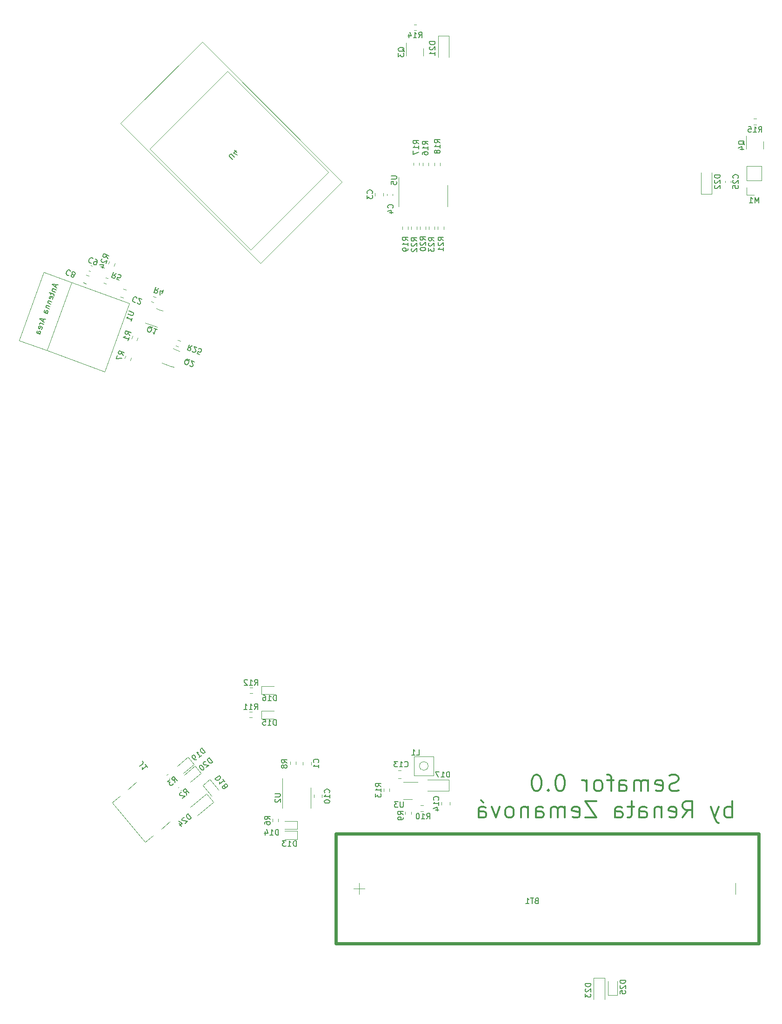
<source format=gbo>
G04 #@! TF.GenerationSoftware,KiCad,Pcbnew,6.0.11-2627ca5db0~126~ubuntu20.04.1*
G04 #@! TF.CreationDate,2023-02-06T16:11:19+01:00*
G04 #@! TF.ProjectId,Semafor,53656d61-666f-4722-9e6b-696361645f70,rev?*
G04 #@! TF.SameCoordinates,Original*
G04 #@! TF.FileFunction,Legend,Bot*
G04 #@! TF.FilePolarity,Positive*
%FSLAX46Y46*%
G04 Gerber Fmt 4.6, Leading zero omitted, Abs format (unit mm)*
G04 Created by KiCad (PCBNEW 6.0.11-2627ca5db0~126~ubuntu20.04.1) date 2023-02-06 16:11:19*
%MOMM*%
%LPD*%
G01*
G04 APERTURE LIST*
%ADD10C,0.300000*%
%ADD11C,0.150000*%
%ADD12C,0.120000*%
%ADD13C,0.600000*%
G04 APERTURE END LIST*
D10*
X-76592857Y40450714D02*
X-77021428Y40307857D01*
X-77735714Y40307857D01*
X-78021428Y40450714D01*
X-78164285Y40593571D01*
X-78307142Y40879285D01*
X-78307142Y41165000D01*
X-78164285Y41450714D01*
X-78021428Y41593571D01*
X-77735714Y41736428D01*
X-77164285Y41879285D01*
X-76878571Y42022142D01*
X-76735714Y42165000D01*
X-76592857Y42450714D01*
X-76592857Y42736428D01*
X-76735714Y43022142D01*
X-76878571Y43165000D01*
X-77164285Y43307857D01*
X-77878571Y43307857D01*
X-78307142Y43165000D01*
X-80735714Y40450714D02*
X-80450000Y40307857D01*
X-79878571Y40307857D01*
X-79592857Y40450714D01*
X-79450000Y40736428D01*
X-79450000Y41879285D01*
X-79592857Y42165000D01*
X-79878571Y42307857D01*
X-80450000Y42307857D01*
X-80735714Y42165000D01*
X-80878571Y41879285D01*
X-80878571Y41593571D01*
X-79450000Y41307857D01*
X-82164285Y40307857D02*
X-82164285Y42307857D01*
X-82164285Y42022142D02*
X-82307142Y42165000D01*
X-82592857Y42307857D01*
X-83021428Y42307857D01*
X-83307142Y42165000D01*
X-83450000Y41879285D01*
X-83450000Y40307857D01*
X-83450000Y41879285D02*
X-83592857Y42165000D01*
X-83878571Y42307857D01*
X-84307142Y42307857D01*
X-84592857Y42165000D01*
X-84735714Y41879285D01*
X-84735714Y40307857D01*
X-87450000Y40307857D02*
X-87450000Y41879285D01*
X-87307142Y42165000D01*
X-87021428Y42307857D01*
X-86450000Y42307857D01*
X-86164285Y42165000D01*
X-87450000Y40450714D02*
X-87164285Y40307857D01*
X-86450000Y40307857D01*
X-86164285Y40450714D01*
X-86021428Y40736428D01*
X-86021428Y41022142D01*
X-86164285Y41307857D01*
X-86450000Y41450714D01*
X-87164285Y41450714D01*
X-87450000Y41593571D01*
X-88450000Y42307857D02*
X-89592857Y42307857D01*
X-88878571Y40307857D02*
X-88878571Y42879285D01*
X-89021428Y43165000D01*
X-89307142Y43307857D01*
X-89592857Y43307857D01*
X-91021428Y40307857D02*
X-90735714Y40450714D01*
X-90592857Y40593571D01*
X-90450000Y40879285D01*
X-90450000Y41736428D01*
X-90592857Y42022142D01*
X-90735714Y42165000D01*
X-91021428Y42307857D01*
X-91450000Y42307857D01*
X-91735714Y42165000D01*
X-91878571Y42022142D01*
X-92021428Y41736428D01*
X-92021428Y40879285D01*
X-91878571Y40593571D01*
X-91735714Y40450714D01*
X-91450000Y40307857D01*
X-91021428Y40307857D01*
X-93307142Y40307857D02*
X-93307142Y42307857D01*
X-93307142Y41736428D02*
X-93450000Y42022142D01*
X-93592857Y42165000D01*
X-93878571Y42307857D01*
X-94164285Y42307857D01*
X-98021428Y43307857D02*
X-98307142Y43307857D01*
X-98592857Y43165000D01*
X-98735714Y43022142D01*
X-98878571Y42736428D01*
X-99021428Y42165000D01*
X-99021428Y41450714D01*
X-98878571Y40879285D01*
X-98735714Y40593571D01*
X-98592857Y40450714D01*
X-98307142Y40307857D01*
X-98021428Y40307857D01*
X-97735714Y40450714D01*
X-97592857Y40593571D01*
X-97450000Y40879285D01*
X-97307142Y41450714D01*
X-97307142Y42165000D01*
X-97450000Y42736428D01*
X-97592857Y43022142D01*
X-97735714Y43165000D01*
X-98021428Y43307857D01*
X-100307142Y40593571D02*
X-100450000Y40450714D01*
X-100307142Y40307857D01*
X-100164285Y40450714D01*
X-100307142Y40593571D01*
X-100307142Y40307857D01*
X-102307142Y43307857D02*
X-102592857Y43307857D01*
X-102878571Y43165000D01*
X-103021428Y43022142D01*
X-103164285Y42736428D01*
X-103307142Y42165000D01*
X-103307142Y41450714D01*
X-103164285Y40879285D01*
X-103021428Y40593571D01*
X-102878571Y40450714D01*
X-102592857Y40307857D01*
X-102307142Y40307857D01*
X-102021428Y40450714D01*
X-101878571Y40593571D01*
X-101735714Y40879285D01*
X-101592857Y41450714D01*
X-101592857Y42165000D01*
X-101735714Y42736428D01*
X-101878571Y43022142D01*
X-102021428Y43165000D01*
X-102307142Y43307857D01*
X-66878571Y35477857D02*
X-66878571Y38477857D01*
X-66878571Y37335000D02*
X-67164285Y37477857D01*
X-67735714Y37477857D01*
X-68021428Y37335000D01*
X-68164285Y37192142D01*
X-68307142Y36906428D01*
X-68307142Y36049285D01*
X-68164285Y35763571D01*
X-68021428Y35620714D01*
X-67735714Y35477857D01*
X-67164285Y35477857D01*
X-66878571Y35620714D01*
X-69307142Y37477857D02*
X-70021428Y35477857D01*
X-70735714Y37477857D02*
X-70021428Y35477857D01*
X-69735714Y34763571D01*
X-69592857Y34620714D01*
X-69307142Y34477857D01*
X-75878571Y35477857D02*
X-74878571Y36906428D01*
X-74164285Y35477857D02*
X-74164285Y38477857D01*
X-75307142Y38477857D01*
X-75592857Y38335000D01*
X-75735714Y38192142D01*
X-75878571Y37906428D01*
X-75878571Y37477857D01*
X-75735714Y37192142D01*
X-75592857Y37049285D01*
X-75307142Y36906428D01*
X-74164285Y36906428D01*
X-78307142Y35620714D02*
X-78021428Y35477857D01*
X-77450000Y35477857D01*
X-77164285Y35620714D01*
X-77021428Y35906428D01*
X-77021428Y37049285D01*
X-77164285Y37335000D01*
X-77450000Y37477857D01*
X-78021428Y37477857D01*
X-78307142Y37335000D01*
X-78450000Y37049285D01*
X-78450000Y36763571D01*
X-77021428Y36477857D01*
X-79735714Y37477857D02*
X-79735714Y35477857D01*
X-79735714Y37192142D02*
X-79878571Y37335000D01*
X-80164285Y37477857D01*
X-80592857Y37477857D01*
X-80878571Y37335000D01*
X-81021428Y37049285D01*
X-81021428Y35477857D01*
X-83735714Y35477857D02*
X-83735714Y37049285D01*
X-83592857Y37335000D01*
X-83307142Y37477857D01*
X-82735714Y37477857D01*
X-82450000Y37335000D01*
X-83735714Y35620714D02*
X-83450000Y35477857D01*
X-82735714Y35477857D01*
X-82450000Y35620714D01*
X-82307142Y35906428D01*
X-82307142Y36192142D01*
X-82450000Y36477857D01*
X-82735714Y36620714D01*
X-83450000Y36620714D01*
X-83735714Y36763571D01*
X-84735714Y37477857D02*
X-85878571Y37477857D01*
X-85164285Y38477857D02*
X-85164285Y35906428D01*
X-85307142Y35620714D01*
X-85592857Y35477857D01*
X-85878571Y35477857D01*
X-88164285Y35477857D02*
X-88164285Y37049285D01*
X-88021428Y37335000D01*
X-87735714Y37477857D01*
X-87164285Y37477857D01*
X-86878571Y37335000D01*
X-88164285Y35620714D02*
X-87878571Y35477857D01*
X-87164285Y35477857D01*
X-86878571Y35620714D01*
X-86735714Y35906428D01*
X-86735714Y36192142D01*
X-86878571Y36477857D01*
X-87164285Y36620714D01*
X-87878571Y36620714D01*
X-88164285Y36763571D01*
X-91592857Y38477857D02*
X-93592857Y38477857D01*
X-91592857Y35477857D01*
X-93592857Y35477857D01*
X-95878571Y35620714D02*
X-95592857Y35477857D01*
X-95021428Y35477857D01*
X-94735714Y35620714D01*
X-94592857Y35906428D01*
X-94592857Y37049285D01*
X-94735714Y37335000D01*
X-95021428Y37477857D01*
X-95592857Y37477857D01*
X-95878571Y37335000D01*
X-96021428Y37049285D01*
X-96021428Y36763571D01*
X-94592857Y36477857D01*
X-97307142Y35477857D02*
X-97307142Y37477857D01*
X-97307142Y37192142D02*
X-97449999Y37335000D01*
X-97735714Y37477857D01*
X-98164285Y37477857D01*
X-98449999Y37335000D01*
X-98592857Y37049285D01*
X-98592857Y35477857D01*
X-98592857Y37049285D02*
X-98735714Y37335000D01*
X-99021428Y37477857D01*
X-99449999Y37477857D01*
X-99735714Y37335000D01*
X-99878571Y37049285D01*
X-99878571Y35477857D01*
X-102592857Y35477857D02*
X-102592857Y37049285D01*
X-102449999Y37335000D01*
X-102164285Y37477857D01*
X-101592857Y37477857D01*
X-101307142Y37335000D01*
X-102592857Y35620714D02*
X-102307142Y35477857D01*
X-101592857Y35477857D01*
X-101307142Y35620714D01*
X-101164285Y35906428D01*
X-101164285Y36192142D01*
X-101307142Y36477857D01*
X-101592857Y36620714D01*
X-102307142Y36620714D01*
X-102592857Y36763571D01*
X-104021428Y37477857D02*
X-104021428Y35477857D01*
X-104021428Y37192142D02*
X-104164285Y37335000D01*
X-104449999Y37477857D01*
X-104878571Y37477857D01*
X-105164285Y37335000D01*
X-105307142Y37049285D01*
X-105307142Y35477857D01*
X-107164285Y35477857D02*
X-106878571Y35620714D01*
X-106735714Y35763571D01*
X-106592857Y36049285D01*
X-106592857Y36906428D01*
X-106735714Y37192142D01*
X-106878571Y37335000D01*
X-107164285Y37477857D01*
X-107592857Y37477857D01*
X-107878571Y37335000D01*
X-108021428Y37192142D01*
X-108164285Y36906428D01*
X-108164285Y36049285D01*
X-108021428Y35763571D01*
X-107878571Y35620714D01*
X-107592857Y35477857D01*
X-107164285Y35477857D01*
X-109164285Y37477857D02*
X-109878571Y35477857D01*
X-110592857Y37477857D01*
X-113021428Y35477857D02*
X-113021428Y37049285D01*
X-112878571Y37335000D01*
X-112592857Y37477857D01*
X-112021428Y37477857D01*
X-111735714Y37335000D01*
X-113021428Y35620714D02*
X-112735714Y35477857D01*
X-112021428Y35477857D01*
X-111735714Y35620714D01*
X-111592857Y35906428D01*
X-111592857Y36192142D01*
X-111735714Y36477857D01*
X-112021428Y36620714D01*
X-112735714Y36620714D01*
X-113021428Y36763571D01*
X-112592857Y38620714D02*
X-112164285Y38192142D01*
D11*
G04 #@! TO.C,R17*
X-123887619Y158128571D02*
X-124363809Y158461904D01*
X-123887619Y158699999D02*
X-124887619Y158699999D01*
X-124887619Y158319047D01*
X-124840000Y158223809D01*
X-124792380Y158176190D01*
X-124697142Y158128571D01*
X-124554285Y158128571D01*
X-124459047Y158176190D01*
X-124411428Y158223809D01*
X-124363809Y158319047D01*
X-124363809Y158699999D01*
X-123887619Y157176190D02*
X-123887619Y157747618D01*
X-123887619Y157461904D02*
X-124887619Y157461904D01*
X-124744761Y157557142D01*
X-124649523Y157652380D01*
X-124601904Y157747618D01*
X-124887619Y156842856D02*
X-124887619Y156176190D01*
X-123887619Y156604761D01*
G04 #@! TO.C,R18*
X-120037619Y158303571D02*
X-120513809Y158636904D01*
X-120037619Y158874999D02*
X-121037619Y158874999D01*
X-121037619Y158494047D01*
X-120990000Y158398809D01*
X-120942380Y158351190D01*
X-120847142Y158303571D01*
X-120704285Y158303571D01*
X-120609047Y158351190D01*
X-120561428Y158398809D01*
X-120513809Y158494047D01*
X-120513809Y158874999D01*
X-120037619Y157351190D02*
X-120037619Y157922618D01*
X-120037619Y157636904D02*
X-121037619Y157636904D01*
X-120894761Y157732142D01*
X-120799523Y157827380D01*
X-120751904Y157922618D01*
X-120609047Y156779761D02*
X-120656666Y156874999D01*
X-120704285Y156922618D01*
X-120799523Y156970237D01*
X-120847142Y156970237D01*
X-120942380Y156922618D01*
X-120990000Y156874999D01*
X-121037619Y156779761D01*
X-121037619Y156589285D01*
X-120990000Y156494047D01*
X-120942380Y156446428D01*
X-120847142Y156398809D01*
X-120799523Y156398809D01*
X-120704285Y156446428D01*
X-120656666Y156494047D01*
X-120609047Y156589285D01*
X-120609047Y156779761D01*
X-120561428Y156874999D01*
X-120513809Y156922618D01*
X-120418571Y156970237D01*
X-120228095Y156970237D01*
X-120132857Y156922618D01*
X-120085238Y156874999D01*
X-120037619Y156779761D01*
X-120037619Y156589285D01*
X-120085238Y156494047D01*
X-120132857Y156446428D01*
X-120228095Y156398809D01*
X-120418571Y156398809D01*
X-120513809Y156446428D01*
X-120561428Y156494047D01*
X-120609047Y156589285D01*
G04 #@! TO.C,D17*
X-118295714Y42857619D02*
X-118295714Y43857619D01*
X-118533809Y43857619D01*
X-118676666Y43810000D01*
X-118771904Y43714761D01*
X-118819523Y43619523D01*
X-118867142Y43429047D01*
X-118867142Y43286190D01*
X-118819523Y43095714D01*
X-118771904Y43000476D01*
X-118676666Y42905238D01*
X-118533809Y42857619D01*
X-118295714Y42857619D01*
X-119819523Y42857619D02*
X-119248095Y42857619D01*
X-119533809Y42857619D02*
X-119533809Y43857619D01*
X-119438571Y43714761D01*
X-119343333Y43619523D01*
X-119248095Y43571904D01*
X-120152857Y43857619D02*
X-120819523Y43857619D01*
X-120390952Y42857619D01*
G04 #@! TO.C,U4*
X-157797969Y155220473D02*
X-158370389Y155792893D01*
X-158404061Y155893908D01*
X-158404061Y155961252D01*
X-158370389Y156062267D01*
X-158235702Y156196954D01*
X-158134687Y156230626D01*
X-158067343Y156230626D01*
X-157966328Y156196954D01*
X-157393908Y155624534D01*
X-156989847Y156500000D02*
X-157461252Y156971404D01*
X-156888832Y156062267D02*
X-157562267Y156398985D01*
X-157124534Y156836717D01*
G04 #@! TO.C,D23*
X-92597619Y5289285D02*
X-93597619Y5289285D01*
X-93597619Y5051190D01*
X-93550000Y4908333D01*
X-93454761Y4813095D01*
X-93359523Y4765476D01*
X-93169047Y4717857D01*
X-93026190Y4717857D01*
X-92835714Y4765476D01*
X-92740476Y4813095D01*
X-92645238Y4908333D01*
X-92597619Y5051190D01*
X-92597619Y5289285D01*
X-93502380Y4336904D02*
X-93550000Y4289285D01*
X-93597619Y4194047D01*
X-93597619Y3955952D01*
X-93550000Y3860714D01*
X-93502380Y3813095D01*
X-93407142Y3765476D01*
X-93311904Y3765476D01*
X-93169047Y3813095D01*
X-92597619Y4384523D01*
X-92597619Y3765476D01*
X-93597619Y3432142D02*
X-93597619Y2813095D01*
X-93216666Y3146428D01*
X-93216666Y3003571D01*
X-93169047Y2908333D01*
X-93121428Y2860714D01*
X-93026190Y2813095D01*
X-92788095Y2813095D01*
X-92692857Y2860714D01*
X-92645238Y2908333D01*
X-92597619Y3003571D01*
X-92597619Y3289285D01*
X-92645238Y3384523D01*
X-92692857Y3432142D01*
G04 #@! TO.C,D18*
X-160183983Y43170981D02*
X-160950028Y42528194D01*
X-160796983Y42345802D01*
X-160668678Y42266976D01*
X-160534504Y42255237D01*
X-160430938Y42279977D01*
X-160254416Y42365934D01*
X-160144981Y42457761D01*
X-160029677Y42616675D01*
X-159987329Y42714371D01*
X-159975590Y42848546D01*
X-160030939Y42988590D01*
X-160183983Y43170981D01*
X-159204498Y42003675D02*
X-159571805Y42441415D01*
X-159388151Y42222545D02*
X-160154196Y41579758D01*
X-160105979Y41744541D01*
X-160094240Y41878716D01*
X-160118979Y41982281D01*
X-159274930Y41198628D02*
X-159372626Y41240976D01*
X-159439713Y41246846D01*
X-159543279Y41222106D01*
X-159579757Y41191497D01*
X-159622105Y41093801D01*
X-159627974Y41026714D01*
X-159603235Y40923148D01*
X-159480799Y40777235D01*
X-159383103Y40734887D01*
X-159316016Y40729018D01*
X-159212450Y40753757D01*
X-159175972Y40784366D01*
X-159133624Y40882062D01*
X-159127755Y40949150D01*
X-159152494Y41052715D01*
X-159274930Y41198628D01*
X-159299670Y41302194D01*
X-159293800Y41369281D01*
X-159251452Y41466977D01*
X-159105539Y41589413D01*
X-159001974Y41614153D01*
X-158934886Y41608283D01*
X-158837190Y41565936D01*
X-158714755Y41420022D01*
X-158690015Y41316457D01*
X-158695884Y41249370D01*
X-158738232Y41151674D01*
X-158884145Y41029238D01*
X-158987711Y41004498D01*
X-159054798Y41010368D01*
X-159152494Y41052715D01*
G04 #@! TO.C,C9*
X-183195376Y137186367D02*
X-183223836Y137247401D01*
X-183341792Y137341009D01*
X-183431286Y137373582D01*
X-183581815Y137377695D01*
X-183703883Y137320774D01*
X-183781203Y137247566D01*
X-183891097Y137084863D01*
X-183939957Y136950621D01*
X-183960357Y136755346D01*
X-183948183Y136649564D01*
X-183891261Y136527497D01*
X-183773306Y136433889D01*
X-183683812Y136401316D01*
X-183533283Y136397203D01*
X-183472249Y136425664D01*
X-182715330Y137112995D02*
X-182536341Y137047848D01*
X-182463133Y136970528D01*
X-182434672Y136909494D01*
X-182394038Y136742679D01*
X-182414437Y136547403D01*
X-182544731Y136189425D01*
X-182622051Y136116217D01*
X-182683085Y136087756D01*
X-182788866Y136075583D01*
X-182967855Y136140729D01*
X-183041063Y136218050D01*
X-183069524Y136279084D01*
X-183081698Y136384865D01*
X-183000264Y136608601D01*
X-182922944Y136681809D01*
X-182861910Y136710270D01*
X-182756129Y136722444D01*
X-182577140Y136657297D01*
X-182503932Y136579976D01*
X-182475471Y136518942D01*
X-182463297Y136413161D01*
G04 #@! TO.C,R15*
X-62057142Y160242619D02*
X-61723809Y160718809D01*
X-61485714Y160242619D02*
X-61485714Y161242619D01*
X-61866666Y161242619D01*
X-61961904Y161195000D01*
X-62009523Y161147380D01*
X-62057142Y161052142D01*
X-62057142Y160909285D01*
X-62009523Y160814047D01*
X-61961904Y160766428D01*
X-61866666Y160718809D01*
X-61485714Y160718809D01*
X-63009523Y160242619D02*
X-62438095Y160242619D01*
X-62723809Y160242619D02*
X-62723809Y161242619D01*
X-62628571Y161099761D01*
X-62533333Y161004523D01*
X-62438095Y160956904D01*
X-63914285Y161242619D02*
X-63438095Y161242619D01*
X-63390476Y160766428D01*
X-63438095Y160814047D01*
X-63533333Y160861666D01*
X-63771428Y160861666D01*
X-63866666Y160814047D01*
X-63914285Y160766428D01*
X-63961904Y160671190D01*
X-63961904Y160433095D01*
X-63914285Y160337857D01*
X-63866666Y160290238D01*
X-63771428Y160242619D01*
X-63533333Y160242619D01*
X-63438095Y160290238D01*
X-63390476Y160337857D01*
G04 #@! TO.C,R16*
X-122237619Y158003571D02*
X-122713809Y158336904D01*
X-122237619Y158574999D02*
X-123237619Y158574999D01*
X-123237619Y158194047D01*
X-123190000Y158098809D01*
X-123142380Y158051190D01*
X-123047142Y158003571D01*
X-122904285Y158003571D01*
X-122809047Y158051190D01*
X-122761428Y158098809D01*
X-122713809Y158194047D01*
X-122713809Y158574999D01*
X-122237619Y157051190D02*
X-122237619Y157622618D01*
X-122237619Y157336904D02*
X-123237619Y157336904D01*
X-123094761Y157432142D01*
X-122999523Y157527380D01*
X-122951904Y157622618D01*
X-123237619Y156194047D02*
X-123237619Y156384523D01*
X-123190000Y156479761D01*
X-123142380Y156527380D01*
X-122999523Y156622618D01*
X-122809047Y156670237D01*
X-122428095Y156670237D01*
X-122332857Y156622618D01*
X-122285238Y156574999D01*
X-122237619Y156479761D01*
X-122237619Y156289285D01*
X-122285238Y156194047D01*
X-122332857Y156146428D01*
X-122428095Y156098809D01*
X-122666190Y156098809D01*
X-122761428Y156146428D01*
X-122809047Y156194047D01*
X-122856666Y156289285D01*
X-122856666Y156479761D01*
X-122809047Y156574999D01*
X-122761428Y156622618D01*
X-122666190Y156670237D01*
G04 #@! TO.C,R23*
X-121087619Y140453571D02*
X-121563809Y140786904D01*
X-121087619Y141024999D02*
X-122087619Y141024999D01*
X-122087619Y140644047D01*
X-122040000Y140548809D01*
X-121992380Y140501190D01*
X-121897142Y140453571D01*
X-121754285Y140453571D01*
X-121659047Y140501190D01*
X-121611428Y140548809D01*
X-121563809Y140644047D01*
X-121563809Y141024999D01*
X-121992380Y140072618D02*
X-122040000Y140024999D01*
X-122087619Y139929761D01*
X-122087619Y139691666D01*
X-122040000Y139596428D01*
X-121992380Y139548809D01*
X-121897142Y139501190D01*
X-121801904Y139501190D01*
X-121659047Y139548809D01*
X-121087619Y140120237D01*
X-121087619Y139501190D01*
X-122087619Y139167856D02*
X-122087619Y138548809D01*
X-121706666Y138882142D01*
X-121706666Y138739285D01*
X-121659047Y138644047D01*
X-121611428Y138596428D01*
X-121516190Y138548809D01*
X-121278095Y138548809D01*
X-121182857Y138596428D01*
X-121135238Y138644047D01*
X-121087619Y138739285D01*
X-121087619Y139024999D01*
X-121135238Y139120237D01*
X-121182857Y139167856D01*
G04 #@! TO.C,C2*
X-175184465Y130042607D02*
X-175212925Y130103641D01*
X-175330881Y130197249D01*
X-175420375Y130229822D01*
X-175570904Y130233935D01*
X-175692972Y130177014D01*
X-175770292Y130103806D01*
X-175880186Y129941103D01*
X-175929046Y129806861D01*
X-175949446Y129611586D01*
X-175937272Y129505804D01*
X-175880350Y129383737D01*
X-175762395Y129290129D01*
X-175672901Y129257556D01*
X-175522372Y129253443D01*
X-175461338Y129281904D01*
X-175103360Y129151610D02*
X-175074900Y129090576D01*
X-175001692Y129013256D01*
X-174777955Y128931823D01*
X-174672174Y128943996D01*
X-174611140Y128972457D01*
X-174533820Y129045665D01*
X-174501246Y129135159D01*
X-174497134Y129285688D01*
X-174838661Y130018095D01*
X-174256946Y129806368D01*
G04 #@! TO.C,D16*
X-149816964Y56767619D02*
X-149816964Y57767619D01*
X-150055059Y57767619D01*
X-150197916Y57720000D01*
X-150293154Y57624761D01*
X-150340773Y57529523D01*
X-150388392Y57339047D01*
X-150388392Y57196190D01*
X-150340773Y57005714D01*
X-150293154Y56910476D01*
X-150197916Y56815238D01*
X-150055059Y56767619D01*
X-149816964Y56767619D01*
X-151340773Y56767619D02*
X-150769345Y56767619D01*
X-151055059Y56767619D02*
X-151055059Y57767619D01*
X-150959821Y57624761D01*
X-150864583Y57529523D01*
X-150769345Y57481904D01*
X-152197916Y57767619D02*
X-152007440Y57767619D01*
X-151912202Y57720000D01*
X-151864583Y57672380D01*
X-151769345Y57529523D01*
X-151721726Y57339047D01*
X-151721726Y56958095D01*
X-151769345Y56862857D01*
X-151816964Y56815238D01*
X-151912202Y56767619D01*
X-152102678Y56767619D01*
X-152197916Y56815238D01*
X-152245535Y56862857D01*
X-152293154Y56958095D01*
X-152293154Y57196190D01*
X-152245535Y57291428D01*
X-152197916Y57339047D01*
X-152102678Y57386666D01*
X-151912202Y57386666D01*
X-151816964Y57339047D01*
X-151769345Y57291428D01*
X-151721726Y57196190D01*
G04 #@! TO.C,Q4*
X-64602380Y157945238D02*
X-64650000Y158040476D01*
X-64745238Y158135714D01*
X-64888095Y158278571D01*
X-64935714Y158373809D01*
X-64935714Y158469047D01*
X-64697619Y158421428D02*
X-64745238Y158516666D01*
X-64840476Y158611904D01*
X-65030952Y158659523D01*
X-65364285Y158659523D01*
X-65554761Y158611904D01*
X-65650000Y158516666D01*
X-65697619Y158421428D01*
X-65697619Y158230952D01*
X-65650000Y158135714D01*
X-65554761Y158040476D01*
X-65364285Y157992857D01*
X-65030952Y157992857D01*
X-64840476Y158040476D01*
X-64745238Y158135714D01*
X-64697619Y158230952D01*
X-64697619Y158421428D01*
X-65364285Y157135714D02*
X-64697619Y157135714D01*
X-65745238Y157373809D02*
X-65030952Y157611904D01*
X-65030952Y156992857D01*
G04 #@! TO.C,Q1*
X-172323045Y124741904D02*
X-172428826Y124729731D01*
X-172550894Y124672809D01*
X-172733996Y124587428D01*
X-172839777Y124575254D01*
X-172929272Y124607827D01*
X-172803091Y124815277D02*
X-172908873Y124803103D01*
X-173030940Y124746182D01*
X-173140834Y124583479D01*
X-173254841Y124270248D01*
X-173275241Y124074973D01*
X-173218319Y123952905D01*
X-173145111Y123875584D01*
X-172966122Y123810437D01*
X-172860341Y123822611D01*
X-172738273Y123879532D01*
X-172628379Y124042235D01*
X-172514373Y124355466D01*
X-172493973Y124550741D01*
X-172550894Y124672809D01*
X-172624102Y124750130D01*
X-172803091Y124815277D01*
X-171505421Y124342963D02*
X-172042388Y124538403D01*
X-171773904Y124440683D02*
X-172115924Y123500991D01*
X-172156559Y123667806D01*
X-172213480Y123789874D01*
X-172286688Y123867194D01*
G04 #@! TO.C,R8*
X-147862619Y45454166D02*
X-148338809Y45787500D01*
X-147862619Y46025595D02*
X-148862619Y46025595D01*
X-148862619Y45644642D01*
X-148815000Y45549404D01*
X-148767380Y45501785D01*
X-148672142Y45454166D01*
X-148529285Y45454166D01*
X-148434047Y45501785D01*
X-148386428Y45549404D01*
X-148338809Y45644642D01*
X-148338809Y46025595D01*
X-148434047Y44882738D02*
X-148481666Y44977976D01*
X-148529285Y45025595D01*
X-148624523Y45073214D01*
X-148672142Y45073214D01*
X-148767380Y45025595D01*
X-148815000Y44977976D01*
X-148862619Y44882738D01*
X-148862619Y44692261D01*
X-148815000Y44597023D01*
X-148767380Y44549404D01*
X-148672142Y44501785D01*
X-148624523Y44501785D01*
X-148529285Y44549404D01*
X-148481666Y44597023D01*
X-148434047Y44692261D01*
X-148434047Y44882738D01*
X-148386428Y44977976D01*
X-148338809Y45025595D01*
X-148243571Y45073214D01*
X-148053095Y45073214D01*
X-147957857Y45025595D01*
X-147910238Y44977976D01*
X-147862619Y44882738D01*
X-147862619Y44692261D01*
X-147910238Y44597023D01*
X-147957857Y44549404D01*
X-148053095Y44501785D01*
X-148243571Y44501785D01*
X-148338809Y44549404D01*
X-148386428Y44597023D01*
X-148434047Y44692261D01*
G04 #@! TO.C,C8*
X-187284465Y134942606D02*
X-187312925Y135003640D01*
X-187430881Y135097248D01*
X-187520375Y135129821D01*
X-187670904Y135133934D01*
X-187792972Y135077013D01*
X-187870292Y135003805D01*
X-187980186Y134841102D01*
X-188029046Y134706860D01*
X-188049446Y134511585D01*
X-188037272Y134405803D01*
X-187980350Y134283736D01*
X-187862395Y134190128D01*
X-187772901Y134157555D01*
X-187622372Y134153442D01*
X-187561338Y134181903D01*
X-186910364Y134299694D02*
X-187016146Y134287520D01*
X-187077180Y134259059D01*
X-187154500Y134185851D01*
X-187170787Y134141104D01*
X-187158613Y134035323D01*
X-187130152Y133974289D01*
X-187056944Y133896968D01*
X-186877955Y133831822D01*
X-186772174Y133843995D01*
X-186711140Y133872456D01*
X-186633820Y133945664D01*
X-186617533Y133990411D01*
X-186629707Y134096192D01*
X-186658167Y134157226D01*
X-186731375Y134234547D01*
X-186910364Y134299694D01*
X-186983572Y134377014D01*
X-187012033Y134438048D01*
X-187024207Y134543829D01*
X-186959060Y134722818D01*
X-186881739Y134796026D01*
X-186820706Y134824487D01*
X-186714924Y134836661D01*
X-186535935Y134771514D01*
X-186462727Y134694194D01*
X-186434267Y134633160D01*
X-186422093Y134527378D01*
X-186487240Y134348389D01*
X-186564560Y134275181D01*
X-186625594Y134246721D01*
X-186731375Y134234547D01*
G04 #@! TO.C,R22*
X-124237619Y140403571D02*
X-124713809Y140736904D01*
X-124237619Y140974999D02*
X-125237619Y140974999D01*
X-125237619Y140594047D01*
X-125190000Y140498809D01*
X-125142380Y140451190D01*
X-125047142Y140403571D01*
X-124904285Y140403571D01*
X-124809047Y140451190D01*
X-124761428Y140498809D01*
X-124713809Y140594047D01*
X-124713809Y140974999D01*
X-125142380Y140022618D02*
X-125190000Y139974999D01*
X-125237619Y139879761D01*
X-125237619Y139641666D01*
X-125190000Y139546428D01*
X-125142380Y139498809D01*
X-125047142Y139451190D01*
X-124951904Y139451190D01*
X-124809047Y139498809D01*
X-124237619Y140070237D01*
X-124237619Y139451190D01*
X-125142380Y139070237D02*
X-125190000Y139022618D01*
X-125237619Y138927380D01*
X-125237619Y138689285D01*
X-125190000Y138594047D01*
X-125142380Y138546428D01*
X-125047142Y138498809D01*
X-124951904Y138498809D01*
X-124809047Y138546428D01*
X-124237619Y139117856D01*
X-124237619Y138498809D01*
G04 #@! TO.C,D19*
X-162729018Y47408983D02*
X-163371805Y48175028D01*
X-163554197Y48021983D01*
X-163633023Y47893678D01*
X-163644762Y47759504D01*
X-163620022Y47655938D01*
X-163534065Y47479416D01*
X-163442238Y47369981D01*
X-163283324Y47254677D01*
X-163185628Y47212329D01*
X-163051453Y47200590D01*
X-162911409Y47255939D01*
X-162729018Y47408983D01*
X-163896324Y46429498D02*
X-163458584Y46796805D01*
X-163677454Y46613151D02*
X-164320241Y47379196D01*
X-164155458Y47330979D01*
X-164021283Y47319240D01*
X-163917718Y47343979D01*
X-164261107Y46123408D02*
X-164407020Y46000972D01*
X-164510585Y45976233D01*
X-164577673Y45982102D01*
X-164742456Y46030319D01*
X-164901370Y46145624D01*
X-165146242Y46437450D01*
X-165170981Y46541016D01*
X-165165112Y46608103D01*
X-165122764Y46705799D01*
X-164976851Y46828235D01*
X-164873285Y46852974D01*
X-164806198Y46847105D01*
X-164708502Y46804757D01*
X-164555457Y46622366D01*
X-164530718Y46518800D01*
X-164536587Y46451713D01*
X-164578935Y46354017D01*
X-164724848Y46231581D01*
X-164828414Y46206841D01*
X-164895501Y46212711D01*
X-164993197Y46255059D01*
G04 #@! TO.C,C14*
X-120322857Y38692857D02*
X-120275238Y38740476D01*
X-120227619Y38883333D01*
X-120227619Y38978571D01*
X-120275238Y39121428D01*
X-120370476Y39216666D01*
X-120465714Y39264285D01*
X-120656190Y39311904D01*
X-120799047Y39311904D01*
X-120989523Y39264285D01*
X-121084761Y39216666D01*
X-121180000Y39121428D01*
X-121227619Y38978571D01*
X-121227619Y38883333D01*
X-121180000Y38740476D01*
X-121132380Y38692857D01*
X-120227619Y37740476D02*
X-120227619Y38311904D01*
X-120227619Y38026190D02*
X-121227619Y38026190D01*
X-121084761Y38121428D01*
X-120989523Y38216666D01*
X-120941904Y38311904D01*
X-120894285Y36883333D02*
X-120227619Y36883333D01*
X-121275238Y37121428D02*
X-120560952Y37359523D01*
X-120560952Y36740476D01*
G04 #@! TO.C,R25*
X-165149364Y121344969D02*
X-165625462Y121011503D01*
X-165686331Y121540409D02*
X-166028352Y120600716D01*
X-165670373Y120470423D01*
X-165564592Y120482597D01*
X-165503558Y120511057D01*
X-165426238Y120584265D01*
X-165377378Y120718507D01*
X-165389552Y120824288D01*
X-165418012Y120885322D01*
X-165491220Y120962643D01*
X-165849198Y121092936D01*
X-165100833Y120364477D02*
X-165072372Y120303443D01*
X-164999164Y120226123D01*
X-164775428Y120144689D01*
X-164669647Y120156863D01*
X-164608613Y120185324D01*
X-164531292Y120258532D01*
X-164498719Y120348026D01*
X-164494606Y120498555D01*
X-164836133Y121230962D01*
X-164254419Y121019235D01*
X-163746241Y119770096D02*
X-164193714Y119932962D01*
X-164075594Y120396722D01*
X-164047134Y120335688D01*
X-163973926Y120258367D01*
X-163750189Y120176934D01*
X-163644408Y120189108D01*
X-163583374Y120217568D01*
X-163506054Y120290776D01*
X-163424620Y120514513D01*
X-163436794Y120620294D01*
X-163465255Y120681328D01*
X-163538463Y120758648D01*
X-163762199Y120840082D01*
X-163867980Y120827908D01*
X-163929014Y120799447D01*
G04 #@! TO.C,D14*
X-149450714Y32335119D02*
X-149450714Y33335119D01*
X-149688809Y33335119D01*
X-149831666Y33287500D01*
X-149926904Y33192261D01*
X-149974523Y33097023D01*
X-150022142Y32906547D01*
X-150022142Y32763690D01*
X-149974523Y32573214D01*
X-149926904Y32477976D01*
X-149831666Y32382738D01*
X-149688809Y32335119D01*
X-149450714Y32335119D01*
X-150974523Y32335119D02*
X-150403095Y32335119D01*
X-150688809Y32335119D02*
X-150688809Y33335119D01*
X-150593571Y33192261D01*
X-150498333Y33097023D01*
X-150403095Y33049404D01*
X-151831666Y33001785D02*
X-151831666Y32335119D01*
X-151593571Y33382738D02*
X-151355476Y32668452D01*
X-151974523Y32668452D01*
G04 #@! TO.C,R9*
X-126717619Y36016666D02*
X-127193809Y36350000D01*
X-126717619Y36588095D02*
X-127717619Y36588095D01*
X-127717619Y36207142D01*
X-127670000Y36111904D01*
X-127622380Y36064285D01*
X-127527142Y36016666D01*
X-127384285Y36016666D01*
X-127289047Y36064285D01*
X-127241428Y36111904D01*
X-127193809Y36207142D01*
X-127193809Y36588095D01*
X-126717619Y35540476D02*
X-126717619Y35350000D01*
X-126765238Y35254761D01*
X-126812857Y35207142D01*
X-126955714Y35111904D01*
X-127146190Y35064285D01*
X-127527142Y35064285D01*
X-127622380Y35111904D01*
X-127670000Y35159523D01*
X-127717619Y35254761D01*
X-127717619Y35445238D01*
X-127670000Y35540476D01*
X-127622380Y35588095D01*
X-127527142Y35635714D01*
X-127289047Y35635714D01*
X-127193809Y35588095D01*
X-127146190Y35540476D01*
X-127098571Y35445238D01*
X-127098571Y35254761D01*
X-127146190Y35159523D01*
X-127193809Y35111904D01*
X-127289047Y35064285D01*
G04 #@! TO.C,J1*
X-174700235Y44821999D02*
X-174153060Y45281133D01*
X-174074234Y45409438D01*
X-174062495Y45543613D01*
X-174117844Y45683656D01*
X-174179062Y45756613D01*
X-173291403Y44698742D02*
X-173658710Y45136482D01*
X-173475056Y44917612D02*
X-174241101Y44274824D01*
X-174192884Y44439608D01*
X-174181145Y44573782D01*
X-174205884Y44677348D01*
G04 #@! TO.C,BT1*
X-102464285Y20371428D02*
X-102607142Y20323809D01*
X-102654761Y20276190D01*
X-102702380Y20180952D01*
X-102702380Y20038095D01*
X-102654761Y19942857D01*
X-102607142Y19895238D01*
X-102511904Y19847619D01*
X-102130952Y19847619D01*
X-102130952Y20847619D01*
X-102464285Y20847619D01*
X-102559523Y20800000D01*
X-102607142Y20752380D01*
X-102654761Y20657142D01*
X-102654761Y20561904D01*
X-102607142Y20466666D01*
X-102559523Y20419047D01*
X-102464285Y20371428D01*
X-102130952Y20371428D01*
X-102988095Y20847619D02*
X-103559523Y20847619D01*
X-103273809Y19847619D02*
X-103273809Y20847619D01*
X-104416666Y19847619D02*
X-103845238Y19847619D01*
X-104130952Y19847619D02*
X-104130952Y20847619D01*
X-104035714Y20704761D01*
X-103940476Y20609523D01*
X-103845238Y20561904D01*
G04 #@! TO.C,D13*
X-146200714Y30285119D02*
X-146200714Y31285119D01*
X-146438809Y31285119D01*
X-146581666Y31237500D01*
X-146676904Y31142261D01*
X-146724523Y31047023D01*
X-146772142Y30856547D01*
X-146772142Y30713690D01*
X-146724523Y30523214D01*
X-146676904Y30427976D01*
X-146581666Y30332738D01*
X-146438809Y30285119D01*
X-146200714Y30285119D01*
X-147724523Y30285119D02*
X-147153095Y30285119D01*
X-147438809Y30285119D02*
X-147438809Y31285119D01*
X-147343571Y31142261D01*
X-147248333Y31047023D01*
X-147153095Y30999404D01*
X-148057857Y31285119D02*
X-148676904Y31285119D01*
X-148343571Y30904166D01*
X-148486428Y30904166D01*
X-148581666Y30856547D01*
X-148629285Y30808928D01*
X-148676904Y30713690D01*
X-148676904Y30475595D01*
X-148629285Y30380357D01*
X-148581666Y30332738D01*
X-148486428Y30285119D01*
X-148200714Y30285119D01*
X-148105476Y30332738D01*
X-148057857Y30380357D01*
G04 #@! TO.C,R11*
X-153813392Y55202619D02*
X-153480059Y55678809D01*
X-153241964Y55202619D02*
X-153241964Y56202619D01*
X-153622916Y56202619D01*
X-153718154Y56155000D01*
X-153765773Y56107380D01*
X-153813392Y56012142D01*
X-153813392Y55869285D01*
X-153765773Y55774047D01*
X-153718154Y55726428D01*
X-153622916Y55678809D01*
X-153241964Y55678809D01*
X-154765773Y55202619D02*
X-154194345Y55202619D01*
X-154480059Y55202619D02*
X-154480059Y56202619D01*
X-154384821Y56059761D01*
X-154289583Y55964523D01*
X-154194345Y55916904D01*
X-155718154Y55202619D02*
X-155146726Y55202619D01*
X-155432440Y55202619D02*
X-155432440Y56202619D01*
X-155337202Y56059761D01*
X-155241964Y55964523D01*
X-155146726Y55916904D01*
G04 #@! TO.C,D21*
X-120922619Y176714285D02*
X-121922619Y176714285D01*
X-121922619Y176476190D01*
X-121875000Y176333333D01*
X-121779761Y176238095D01*
X-121684523Y176190476D01*
X-121494047Y176142857D01*
X-121351190Y176142857D01*
X-121160714Y176190476D01*
X-121065476Y176238095D01*
X-120970238Y176333333D01*
X-120922619Y176476190D01*
X-120922619Y176714285D01*
X-121827380Y175761904D02*
X-121875000Y175714285D01*
X-121922619Y175619047D01*
X-121922619Y175380952D01*
X-121875000Y175285714D01*
X-121827380Y175238095D01*
X-121732142Y175190476D01*
X-121636904Y175190476D01*
X-121494047Y175238095D01*
X-120922619Y175809523D01*
X-120922619Y175190476D01*
X-120922619Y174238095D02*
X-120922619Y174809523D01*
X-120922619Y174523809D02*
X-121922619Y174523809D01*
X-121779761Y174619047D01*
X-121684523Y174714285D01*
X-121636904Y174809523D01*
G04 #@! TO.C,R14*
X-123907142Y177417619D02*
X-123573809Y177893809D01*
X-123335714Y177417619D02*
X-123335714Y178417619D01*
X-123716666Y178417619D01*
X-123811904Y178370000D01*
X-123859523Y178322380D01*
X-123907142Y178227142D01*
X-123907142Y178084285D01*
X-123859523Y177989047D01*
X-123811904Y177941428D01*
X-123716666Y177893809D01*
X-123335714Y177893809D01*
X-124859523Y177417619D02*
X-124288095Y177417619D01*
X-124573809Y177417619D02*
X-124573809Y178417619D01*
X-124478571Y178274761D01*
X-124383333Y178179523D01*
X-124288095Y178131904D01*
X-125716666Y178084285D02*
X-125716666Y177417619D01*
X-125478571Y178465238D02*
X-125240476Y177750952D01*
X-125859523Y177750952D01*
G04 #@! TO.C,R1*
X-176461657Y123215981D02*
X-176795123Y123692078D01*
X-176266217Y123752948D02*
X-177205910Y124094968D01*
X-177336203Y123736990D01*
X-177324029Y123631209D01*
X-177295569Y123570175D01*
X-177222361Y123492854D01*
X-177088119Y123443994D01*
X-176982338Y123456168D01*
X-176921304Y123484628D01*
X-176843983Y123557836D01*
X-176713690Y123915814D01*
X-176787391Y122321035D02*
X-176591950Y122858002D01*
X-176689671Y122589519D02*
X-177629363Y122931539D01*
X-177462548Y122972173D01*
X-177340480Y123029095D01*
X-177263160Y123102302D01*
G04 #@! TO.C,D25*
X-86272619Y5889285D02*
X-87272619Y5889285D01*
X-87272619Y5651190D01*
X-87225000Y5508333D01*
X-87129761Y5413095D01*
X-87034523Y5365476D01*
X-86844047Y5317857D01*
X-86701190Y5317857D01*
X-86510714Y5365476D01*
X-86415476Y5413095D01*
X-86320238Y5508333D01*
X-86272619Y5651190D01*
X-86272619Y5889285D01*
X-87177380Y4936904D02*
X-87225000Y4889285D01*
X-87272619Y4794047D01*
X-87272619Y4555952D01*
X-87225000Y4460714D01*
X-87177380Y4413095D01*
X-87082142Y4365476D01*
X-86986904Y4365476D01*
X-86844047Y4413095D01*
X-86272619Y4984523D01*
X-86272619Y4365476D01*
X-87272619Y3460714D02*
X-87272619Y3936904D01*
X-86796428Y3984523D01*
X-86844047Y3936904D01*
X-86891666Y3841666D01*
X-86891666Y3603571D01*
X-86844047Y3508333D01*
X-86796428Y3460714D01*
X-86701190Y3413095D01*
X-86463095Y3413095D01*
X-86367857Y3460714D01*
X-86320238Y3508333D01*
X-86272619Y3603571D01*
X-86272619Y3841666D01*
X-86320238Y3936904D01*
X-86367857Y3984523D01*
G04 #@! TO.C,U5*
X-128917619Y152271904D02*
X-128108095Y152271904D01*
X-128012857Y152224285D01*
X-127965238Y152176666D01*
X-127917619Y152081428D01*
X-127917619Y151890952D01*
X-127965238Y151795714D01*
X-128012857Y151748095D01*
X-128108095Y151700476D01*
X-128917619Y151700476D01*
X-128917619Y150748095D02*
X-128917619Y151224285D01*
X-128441428Y151271904D01*
X-128489047Y151224285D01*
X-128536666Y151129047D01*
X-128536666Y150890952D01*
X-128489047Y150795714D01*
X-128441428Y150748095D01*
X-128346190Y150700476D01*
X-128108095Y150700476D01*
X-128012857Y150748095D01*
X-127965238Y150795714D01*
X-127917619Y150890952D01*
X-127917619Y151129047D01*
X-127965238Y151224285D01*
X-128012857Y151271904D01*
G04 #@! TO.C,C4*
X-128632857Y146426666D02*
X-128585238Y146474285D01*
X-128537619Y146617142D01*
X-128537619Y146712380D01*
X-128585238Y146855238D01*
X-128680476Y146950476D01*
X-128775714Y146998095D01*
X-128966190Y147045714D01*
X-129109047Y147045714D01*
X-129299523Y146998095D01*
X-129394761Y146950476D01*
X-129490000Y146855238D01*
X-129537619Y146712380D01*
X-129537619Y146617142D01*
X-129490000Y146474285D01*
X-129442380Y146426666D01*
X-129204285Y145569523D02*
X-128537619Y145569523D01*
X-129585238Y145807619D02*
X-128870952Y146045714D01*
X-128870952Y145426666D01*
G04 #@! TO.C,U1*
X-176669743Y127685284D02*
X-175909040Y127408410D01*
X-175835832Y127331089D01*
X-175807371Y127270056D01*
X-175795197Y127164274D01*
X-175860344Y126985285D01*
X-175937665Y126912077D01*
X-175998699Y126883617D01*
X-176104480Y126871443D01*
X-176865183Y127148316D01*
X-176267511Y125866604D02*
X-176072071Y126403571D01*
X-176169791Y126135087D02*
X-177109483Y126477107D01*
X-176942668Y126517742D01*
X-176820600Y126574663D01*
X-176743280Y126647871D01*
X-189859001Y132485780D02*
X-190021867Y132038307D01*
X-189557944Y132477554D02*
X-190611643Y132506344D01*
X-189785957Y131851093D01*
X-190526426Y131765875D02*
X-189899964Y131537862D01*
X-190436931Y131733302D02*
X-190497965Y131704841D01*
X-190575286Y131631633D01*
X-190624146Y131497392D01*
X-190611972Y131391610D01*
X-190538764Y131314290D01*
X-190046544Y131135136D01*
X-190787012Y131049919D02*
X-190917306Y130691941D01*
X-191149103Y131029684D02*
X-190343653Y130736524D01*
X-190270445Y130659203D01*
X-190258271Y130553422D01*
X-190290844Y130463927D01*
X-190579891Y129809005D02*
X-190502571Y129882213D01*
X-190437424Y130061202D01*
X-190449598Y130166983D01*
X-190522806Y130244304D01*
X-190880784Y130374597D01*
X-190986565Y130362423D01*
X-191063886Y130289215D01*
X-191129033Y130110226D01*
X-191116859Y130004445D01*
X-191043651Y129927124D01*
X-190954156Y129894551D01*
X-190701795Y130309450D01*
X-191324473Y129573259D02*
X-190698011Y129345246D01*
X-191234978Y129540686D02*
X-191296012Y129512225D01*
X-191373333Y129439017D01*
X-191422193Y129304775D01*
X-191410019Y129198994D01*
X-191336811Y129121674D01*
X-190844591Y128942520D01*
X-191633919Y128723061D02*
X-191007458Y128495048D01*
X-191544425Y128690488D02*
X-191605459Y128662027D01*
X-191682779Y128588819D01*
X-191731639Y128454577D01*
X-191719466Y128348796D01*
X-191646258Y128271476D01*
X-191154038Y128092322D01*
X-191463485Y127242124D02*
X-191955705Y127421277D01*
X-192028912Y127498598D01*
X-192041086Y127604379D01*
X-191975940Y127783368D01*
X-191898619Y127856576D01*
X-191508232Y127258411D02*
X-191430911Y127331619D01*
X-191349478Y127555355D01*
X-191361652Y127661136D01*
X-191434860Y127738457D01*
X-191524354Y127771030D01*
X-191630135Y127758856D01*
X-191707456Y127685648D01*
X-191788889Y127461912D01*
X-191866210Y127388704D01*
X-192139135Y126221162D02*
X-192302002Y125773690D01*
X-191838078Y126212937D02*
X-192891777Y126241726D01*
X-192066091Y125586475D01*
X-192180098Y125273244D02*
X-192806560Y125501258D01*
X-192627571Y125436111D02*
X-192733352Y125423937D01*
X-192794386Y125395477D01*
X-192871707Y125322269D01*
X-192904280Y125232774D01*
X-192566866Y124349838D02*
X-192489545Y124423046D01*
X-192424398Y124602035D01*
X-192436572Y124707817D01*
X-192509780Y124785137D01*
X-192867758Y124915431D01*
X-192973539Y124903257D01*
X-193050860Y124830049D01*
X-193116007Y124651060D01*
X-193103833Y124545278D01*
X-193030625Y124467958D01*
X-192941130Y124435384D01*
X-192688769Y124850284D01*
X-192831565Y123483354D02*
X-193323785Y123662507D01*
X-193396993Y123739828D01*
X-193409167Y123845609D01*
X-193344020Y124024598D01*
X-193266700Y124097806D01*
X-192876312Y123499640D02*
X-192798992Y123572848D01*
X-192717558Y123796584D01*
X-192729732Y123902366D01*
X-192802940Y123979686D01*
X-192892435Y124012260D01*
X-192998216Y124000086D01*
X-193075537Y123926878D01*
X-193156970Y123703142D01*
X-193234291Y123629934D01*
G04 #@! TO.C,R4*
X-171201892Y131807102D02*
X-171677989Y131473636D01*
X-171738859Y132002542D02*
X-172080879Y131062849D01*
X-171722901Y130932556D01*
X-171617120Y130944730D01*
X-171556086Y130973190D01*
X-171478765Y131046398D01*
X-171429905Y131180640D01*
X-171442079Y131286421D01*
X-171470539Y131347455D01*
X-171543747Y131424776D01*
X-171901725Y131555069D01*
X-170624454Y130887480D02*
X-170396441Y131513942D01*
X-170978484Y130610935D02*
X-170957920Y131363578D01*
X-170376206Y131151851D01*
G04 #@! TO.C,C3*
X-132412857Y149075952D02*
X-132365238Y149123571D01*
X-132317619Y149266428D01*
X-132317619Y149361666D01*
X-132365238Y149504524D01*
X-132460476Y149599762D01*
X-132555714Y149647381D01*
X-132746190Y149695000D01*
X-132889047Y149695000D01*
X-133079523Y149647381D01*
X-133174761Y149599762D01*
X-133270000Y149504524D01*
X-133317619Y149361666D01*
X-133317619Y149266428D01*
X-133270000Y149123571D01*
X-133222380Y149075952D01*
X-133317619Y148742619D02*
X-133317619Y148123571D01*
X-132936666Y148456905D01*
X-132936666Y148314047D01*
X-132889047Y148218809D01*
X-132841428Y148171190D01*
X-132746190Y148123571D01*
X-132508095Y148123571D01*
X-132412857Y148171190D01*
X-132365238Y148218809D01*
X-132317619Y148314047D01*
X-132317619Y148599762D01*
X-132365238Y148695000D01*
X-132412857Y148742619D01*
G04 #@! TO.C,R13*
X-130752619Y41142857D02*
X-131228809Y41476190D01*
X-130752619Y41714285D02*
X-131752619Y41714285D01*
X-131752619Y41333333D01*
X-131705000Y41238095D01*
X-131657380Y41190476D01*
X-131562142Y41142857D01*
X-131419285Y41142857D01*
X-131324047Y41190476D01*
X-131276428Y41238095D01*
X-131228809Y41333333D01*
X-131228809Y41714285D01*
X-130752619Y40190476D02*
X-130752619Y40761904D01*
X-130752619Y40476190D02*
X-131752619Y40476190D01*
X-131609761Y40571428D01*
X-131514523Y40666666D01*
X-131466904Y40761904D01*
X-131752619Y39857142D02*
X-131752619Y39238095D01*
X-131371666Y39571428D01*
X-131371666Y39428571D01*
X-131324047Y39333333D01*
X-131276428Y39285714D01*
X-131181190Y39238095D01*
X-130943095Y39238095D01*
X-130847857Y39285714D01*
X-130800238Y39333333D01*
X-130752619Y39428571D01*
X-130752619Y39714285D01*
X-130800238Y39809523D01*
X-130847857Y39857142D01*
G04 #@! TO.C,R10*
X-122457142Y35247619D02*
X-122123809Y35723809D01*
X-121885714Y35247619D02*
X-121885714Y36247619D01*
X-122266666Y36247619D01*
X-122361904Y36200000D01*
X-122409523Y36152380D01*
X-122457142Y36057142D01*
X-122457142Y35914285D01*
X-122409523Y35819047D01*
X-122361904Y35771428D01*
X-122266666Y35723809D01*
X-121885714Y35723809D01*
X-123409523Y35247619D02*
X-122838095Y35247619D01*
X-123123809Y35247619D02*
X-123123809Y36247619D01*
X-123028571Y36104761D01*
X-122933333Y36009523D01*
X-122838095Y35961904D01*
X-124028571Y36247619D02*
X-124123809Y36247619D01*
X-124219047Y36200000D01*
X-124266666Y36152380D01*
X-124314285Y36057142D01*
X-124361904Y35866666D01*
X-124361904Y35628571D01*
X-124314285Y35438095D01*
X-124266666Y35342857D01*
X-124219047Y35295238D01*
X-124123809Y35247619D01*
X-124028571Y35247619D01*
X-123933333Y35295238D01*
X-123885714Y35342857D01*
X-123838095Y35438095D01*
X-123790476Y35628571D01*
X-123790476Y35866666D01*
X-123838095Y36057142D01*
X-123885714Y36152380D01*
X-123933333Y36200000D01*
X-124028571Y36247619D01*
G04 #@! TO.C,Q3*
X-126502380Y174895238D02*
X-126550000Y174990476D01*
X-126645238Y175085714D01*
X-126788095Y175228571D01*
X-126835714Y175323809D01*
X-126835714Y175419047D01*
X-126597619Y175371428D02*
X-126645238Y175466666D01*
X-126740476Y175561904D01*
X-126930952Y175609523D01*
X-127264285Y175609523D01*
X-127454761Y175561904D01*
X-127550000Y175466666D01*
X-127597619Y175371428D01*
X-127597619Y175180952D01*
X-127550000Y175085714D01*
X-127454761Y174990476D01*
X-127264285Y174942857D01*
X-126930952Y174942857D01*
X-126740476Y174990476D01*
X-126645238Y175085714D01*
X-126597619Y175180952D01*
X-126597619Y175371428D01*
X-127597619Y174609523D02*
X-127597619Y173990476D01*
X-127216666Y174323809D01*
X-127216666Y174180952D01*
X-127169047Y174085714D01*
X-127121428Y174038095D01*
X-127026190Y173990476D01*
X-126788095Y173990476D01*
X-126692857Y174038095D01*
X-126645238Y174085714D01*
X-126597619Y174180952D01*
X-126597619Y174466666D01*
X-126645238Y174561904D01*
X-126692857Y174609523D01*
G04 #@! TO.C,R3*
X-168279479Y41864315D02*
X-168330220Y42443360D01*
X-167841739Y42231622D02*
X-168484526Y42997667D01*
X-168776353Y42752795D01*
X-168818701Y42655099D01*
X-168824570Y42588012D01*
X-168799830Y42484446D01*
X-168708004Y42375011D01*
X-168610307Y42332663D01*
X-168543220Y42326794D01*
X-168439655Y42351534D01*
X-168147828Y42596405D01*
X-169177614Y42416097D02*
X-169651832Y42018181D01*
X-169151613Y41940617D01*
X-169261048Y41848790D01*
X-169303395Y41751094D01*
X-169309265Y41684006D01*
X-169284525Y41580441D01*
X-169131480Y41398049D01*
X-169033784Y41355702D01*
X-168966697Y41349832D01*
X-168863131Y41374572D01*
X-168644262Y41558226D01*
X-168601914Y41655922D01*
X-168596045Y41723009D01*
G04 #@! TO.C,C10*
X-140177857Y40030357D02*
X-140130238Y40077976D01*
X-140082619Y40220833D01*
X-140082619Y40316071D01*
X-140130238Y40458928D01*
X-140225476Y40554166D01*
X-140320714Y40601785D01*
X-140511190Y40649404D01*
X-140654047Y40649404D01*
X-140844523Y40601785D01*
X-140939761Y40554166D01*
X-141035000Y40458928D01*
X-141082619Y40316071D01*
X-141082619Y40220833D01*
X-141035000Y40077976D01*
X-140987380Y40030357D01*
X-140082619Y39077976D02*
X-140082619Y39649404D01*
X-140082619Y39363690D02*
X-141082619Y39363690D01*
X-140939761Y39458928D01*
X-140844523Y39554166D01*
X-140796904Y39649404D01*
X-141082619Y38458928D02*
X-141082619Y38363690D01*
X-141035000Y38268452D01*
X-140987380Y38220833D01*
X-140892142Y38173214D01*
X-140701666Y38125595D01*
X-140463571Y38125595D01*
X-140273095Y38173214D01*
X-140177857Y38220833D01*
X-140130238Y38268452D01*
X-140082619Y38363690D01*
X-140082619Y38458928D01*
X-140130238Y38554166D01*
X-140177857Y38601785D01*
X-140273095Y38649404D01*
X-140463571Y38697023D01*
X-140701666Y38697023D01*
X-140892142Y38649404D01*
X-140987380Y38601785D01*
X-141035000Y38554166D01*
X-141082619Y38458928D01*
G04 #@! TO.C,R7*
X-177686657Y119590981D02*
X-178020123Y120067078D01*
X-177491217Y120127948D02*
X-178430910Y120469968D01*
X-178561203Y120111990D01*
X-178549029Y120006209D01*
X-178520569Y119945175D01*
X-178447361Y119867854D01*
X-178313119Y119818994D01*
X-178207338Y119831168D01*
X-178146304Y119859628D01*
X-178068983Y119932836D01*
X-177938690Y120290814D01*
X-178740356Y119619770D02*
X-178968370Y118993308D01*
X-177882097Y119054013D01*
G04 #@! TO.C,C25*
X-65812857Y151867857D02*
X-65765238Y151915476D01*
X-65717619Y152058333D01*
X-65717619Y152153571D01*
X-65765238Y152296428D01*
X-65860476Y152391666D01*
X-65955714Y152439285D01*
X-66146190Y152486904D01*
X-66289047Y152486904D01*
X-66479523Y152439285D01*
X-66574761Y152391666D01*
X-66670000Y152296428D01*
X-66717619Y152153571D01*
X-66717619Y152058333D01*
X-66670000Y151915476D01*
X-66622380Y151867857D01*
X-66622380Y151486904D02*
X-66670000Y151439285D01*
X-66717619Y151344047D01*
X-66717619Y151105952D01*
X-66670000Y151010714D01*
X-66622380Y150963095D01*
X-66527142Y150915476D01*
X-66431904Y150915476D01*
X-66289047Y150963095D01*
X-65717619Y151534523D01*
X-65717619Y150915476D01*
X-66717619Y150010714D02*
X-66717619Y150486904D01*
X-66241428Y150534523D01*
X-66289047Y150486904D01*
X-66336666Y150391666D01*
X-66336666Y150153571D01*
X-66289047Y150058333D01*
X-66241428Y150010714D01*
X-66146190Y149963095D01*
X-65908095Y149963095D01*
X-65812857Y150010714D01*
X-65765238Y150058333D01*
X-65717619Y150153571D01*
X-65717619Y150391666D01*
X-65765238Y150486904D01*
X-65812857Y150534523D01*
G04 #@! TO.C,C1*
X-142177857Y45504166D02*
X-142130238Y45551785D01*
X-142082619Y45694642D01*
X-142082619Y45789880D01*
X-142130238Y45932738D01*
X-142225476Y46027976D01*
X-142320714Y46075595D01*
X-142511190Y46123214D01*
X-142654047Y46123214D01*
X-142844523Y46075595D01*
X-142939761Y46027976D01*
X-143035000Y45932738D01*
X-143082619Y45789880D01*
X-143082619Y45694642D01*
X-143035000Y45551785D01*
X-142987380Y45504166D01*
X-142082619Y44551785D02*
X-142082619Y45123214D01*
X-142082619Y44837500D02*
X-143082619Y44837500D01*
X-142939761Y44932738D01*
X-142844523Y45027976D01*
X-142796904Y45123214D01*
G04 #@! TO.C,R21*
X-119387619Y140527857D02*
X-119863809Y140861190D01*
X-119387619Y141099285D02*
X-120387619Y141099285D01*
X-120387619Y140718333D01*
X-120340000Y140623095D01*
X-120292380Y140575476D01*
X-120197142Y140527857D01*
X-120054285Y140527857D01*
X-119959047Y140575476D01*
X-119911428Y140623095D01*
X-119863809Y140718333D01*
X-119863809Y141099285D01*
X-120292380Y140146904D02*
X-120340000Y140099285D01*
X-120387619Y140004047D01*
X-120387619Y139765952D01*
X-120340000Y139670714D01*
X-120292380Y139623095D01*
X-120197142Y139575476D01*
X-120101904Y139575476D01*
X-119959047Y139623095D01*
X-119387619Y140194523D01*
X-119387619Y139575476D01*
X-119387619Y138623095D02*
X-119387619Y139194523D01*
X-119387619Y138908809D02*
X-120387619Y138908809D01*
X-120244761Y139004047D01*
X-120149523Y139099285D01*
X-120101904Y139194523D01*
G04 #@! TO.C,U3*
X-126713095Y38372619D02*
X-126713095Y37563095D01*
X-126760714Y37467857D01*
X-126808333Y37420238D01*
X-126903571Y37372619D01*
X-127094047Y37372619D01*
X-127189285Y37420238D01*
X-127236904Y37467857D01*
X-127284523Y37563095D01*
X-127284523Y38372619D01*
X-127665476Y38372619D02*
X-128284523Y38372619D01*
X-127951190Y37991666D01*
X-128094047Y37991666D01*
X-128189285Y37944047D01*
X-128236904Y37896428D01*
X-128284523Y37801190D01*
X-128284523Y37563095D01*
X-128236904Y37467857D01*
X-128189285Y37420238D01*
X-128094047Y37372619D01*
X-127808333Y37372619D01*
X-127713095Y37420238D01*
X-127665476Y37467857D01*
G04 #@! TO.C,U2*
X-150092619Y39849404D02*
X-149283095Y39849404D01*
X-149187857Y39801785D01*
X-149140238Y39754166D01*
X-149092619Y39658928D01*
X-149092619Y39468452D01*
X-149140238Y39373214D01*
X-149187857Y39325595D01*
X-149283095Y39277976D01*
X-150092619Y39277976D01*
X-149997380Y38849404D02*
X-150045000Y38801785D01*
X-150092619Y38706547D01*
X-150092619Y38468452D01*
X-150045000Y38373214D01*
X-149997380Y38325595D01*
X-149902142Y38277976D01*
X-149806904Y38277976D01*
X-149664047Y38325595D01*
X-149092619Y38897023D01*
X-149092619Y38277976D01*
G04 #@! TO.C,R2*
X-166179479Y39614315D02*
X-166230220Y40193360D01*
X-165741739Y39981622D02*
X-166384526Y40747667D01*
X-166676353Y40502795D01*
X-166718701Y40405099D01*
X-166724570Y40338012D01*
X-166699830Y40234446D01*
X-166608004Y40125011D01*
X-166510307Y40082663D01*
X-166443220Y40076794D01*
X-166339655Y40101534D01*
X-166047828Y40346405D01*
X-167052875Y40062531D02*
X-167119962Y40068401D01*
X-167223528Y40043661D01*
X-167405919Y39890616D01*
X-167448267Y39792920D01*
X-167454136Y39725833D01*
X-167429397Y39622267D01*
X-167368179Y39549311D01*
X-167239874Y39470485D01*
X-166434827Y39400052D01*
X-166909045Y39002136D01*
G04 #@! TO.C,C13*
X-126457142Y44812857D02*
X-126409523Y44765238D01*
X-126266666Y44717619D01*
X-126171428Y44717619D01*
X-126028571Y44765238D01*
X-125933333Y44860476D01*
X-125885714Y44955714D01*
X-125838095Y45146190D01*
X-125838095Y45289047D01*
X-125885714Y45479523D01*
X-125933333Y45574761D01*
X-126028571Y45670000D01*
X-126171428Y45717619D01*
X-126266666Y45717619D01*
X-126409523Y45670000D01*
X-126457142Y45622380D01*
X-127409523Y44717619D02*
X-126838095Y44717619D01*
X-127123809Y44717619D02*
X-127123809Y45717619D01*
X-127028571Y45574761D01*
X-126933333Y45479523D01*
X-126838095Y45431904D01*
X-127742857Y45717619D02*
X-128361904Y45717619D01*
X-128028571Y45336666D01*
X-128171428Y45336666D01*
X-128266666Y45289047D01*
X-128314285Y45241428D01*
X-128361904Y45146190D01*
X-128361904Y44908095D01*
X-128314285Y44812857D01*
X-128266666Y44765238D01*
X-128171428Y44717619D01*
X-127885714Y44717619D01*
X-127790476Y44765238D01*
X-127742857Y44812857D01*
G04 #@! TO.C,M1*
X-62041666Y147367619D02*
X-62041666Y148367619D01*
X-62374999Y147653333D01*
X-62708332Y148367619D01*
X-62708332Y147367619D01*
X-63708332Y147367619D02*
X-63136904Y147367619D01*
X-63422618Y147367619D02*
X-63422618Y148367619D01*
X-63327380Y148224761D01*
X-63232142Y148129523D01*
X-63136904Y148081904D01*
G04 #@! TO.C,D20*
X-161404018Y45608983D02*
X-162046805Y46375028D01*
X-162229197Y46221983D01*
X-162308023Y46093678D01*
X-162319762Y45959504D01*
X-162295022Y45855938D01*
X-162209065Y45679416D01*
X-162117238Y45569981D01*
X-161958324Y45454677D01*
X-161860628Y45412329D01*
X-161726453Y45400590D01*
X-161586409Y45455939D01*
X-161404018Y45608983D01*
X-162715154Y45689893D02*
X-162782241Y45695762D01*
X-162885806Y45671022D01*
X-163068198Y45517978D01*
X-163110546Y45420282D01*
X-163116415Y45353194D01*
X-163091675Y45249629D01*
X-163030458Y45176672D01*
X-162902153Y45097846D01*
X-162097106Y45027414D01*
X-162571324Y44629498D01*
X-163688329Y44997626D02*
X-163761286Y44936408D01*
X-163803634Y44838712D01*
X-163809503Y44771625D01*
X-163784763Y44668059D01*
X-163698806Y44491537D01*
X-163545761Y44309145D01*
X-163386847Y44193841D01*
X-163289151Y44151493D01*
X-163222064Y44145624D01*
X-163118498Y44170364D01*
X-163045542Y44231581D01*
X-163003194Y44329278D01*
X-162997325Y44396365D01*
X-163022064Y44499930D01*
X-163108022Y44676452D01*
X-163261066Y44858844D01*
X-163419980Y44974148D01*
X-163517676Y45016496D01*
X-163584764Y45022365D01*
X-163688329Y44997626D01*
G04 #@! TO.C,D15*
X-149841964Y52317619D02*
X-149841964Y53317619D01*
X-150080059Y53317619D01*
X-150222916Y53270000D01*
X-150318154Y53174761D01*
X-150365773Y53079523D01*
X-150413392Y52889047D01*
X-150413392Y52746190D01*
X-150365773Y52555714D01*
X-150318154Y52460476D01*
X-150222916Y52365238D01*
X-150080059Y52317619D01*
X-149841964Y52317619D01*
X-151365773Y52317619D02*
X-150794345Y52317619D01*
X-151080059Y52317619D02*
X-151080059Y53317619D01*
X-150984821Y53174761D01*
X-150889583Y53079523D01*
X-150794345Y53031904D01*
X-152270535Y53317619D02*
X-151794345Y53317619D01*
X-151746726Y52841428D01*
X-151794345Y52889047D01*
X-151889583Y52936666D01*
X-152127678Y52936666D01*
X-152222916Y52889047D01*
X-152270535Y52841428D01*
X-152318154Y52746190D01*
X-152318154Y52508095D01*
X-152270535Y52412857D01*
X-152222916Y52365238D01*
X-152127678Y52317619D01*
X-151889583Y52317619D01*
X-151794345Y52365238D01*
X-151746726Y52412857D01*
G04 #@! TO.C,R5*
X-178901892Y134532102D02*
X-179377989Y134198636D01*
X-179438859Y134727542D02*
X-179780879Y133787849D01*
X-179422901Y133657556D01*
X-179317120Y133669730D01*
X-179256086Y133698190D01*
X-179178765Y133771398D01*
X-179129905Y133905640D01*
X-179142079Y134011421D01*
X-179170539Y134072455D01*
X-179243747Y134149776D01*
X-179601725Y134280069D01*
X-178393714Y133282962D02*
X-178841186Y133445829D01*
X-178723067Y133909589D01*
X-178694606Y133848555D01*
X-178621398Y133771234D01*
X-178397662Y133689801D01*
X-178291881Y133701975D01*
X-178230847Y133730435D01*
X-178153526Y133803643D01*
X-178072093Y134027379D01*
X-178084267Y134133161D01*
X-178112727Y134194195D01*
X-178185935Y134271515D01*
X-178409672Y134352948D01*
X-178515453Y134340775D01*
X-178576487Y134312314D01*
G04 #@! TO.C,R12*
X-153763392Y59602619D02*
X-153430059Y60078809D01*
X-153191964Y59602619D02*
X-153191964Y60602619D01*
X-153572916Y60602619D01*
X-153668154Y60555000D01*
X-153715773Y60507380D01*
X-153763392Y60412142D01*
X-153763392Y60269285D01*
X-153715773Y60174047D01*
X-153668154Y60126428D01*
X-153572916Y60078809D01*
X-153191964Y60078809D01*
X-154715773Y59602619D02*
X-154144345Y59602619D01*
X-154430059Y59602619D02*
X-154430059Y60602619D01*
X-154334821Y60459761D01*
X-154239583Y60364523D01*
X-154144345Y60316904D01*
X-155096726Y60507380D02*
X-155144345Y60555000D01*
X-155239583Y60602619D01*
X-155477678Y60602619D01*
X-155572916Y60555000D01*
X-155620535Y60507380D01*
X-155668154Y60412142D01*
X-155668154Y60316904D01*
X-155620535Y60174047D01*
X-155049107Y59602619D01*
X-155668154Y59602619D01*
G04 #@! TO.C,R6*
X-150942619Y35154166D02*
X-151418809Y35487500D01*
X-150942619Y35725595D02*
X-151942619Y35725595D01*
X-151942619Y35344642D01*
X-151895000Y35249404D01*
X-151847380Y35201785D01*
X-151752142Y35154166D01*
X-151609285Y35154166D01*
X-151514047Y35201785D01*
X-151466428Y35249404D01*
X-151418809Y35344642D01*
X-151418809Y35725595D01*
X-151942619Y34297023D02*
X-151942619Y34487500D01*
X-151895000Y34582738D01*
X-151847380Y34630357D01*
X-151704523Y34725595D01*
X-151514047Y34773214D01*
X-151133095Y34773214D01*
X-151037857Y34725595D01*
X-150990238Y34677976D01*
X-150942619Y34582738D01*
X-150942619Y34392261D01*
X-150990238Y34297023D01*
X-151037857Y34249404D01*
X-151133095Y34201785D01*
X-151371190Y34201785D01*
X-151466428Y34249404D01*
X-151514047Y34297023D01*
X-151561666Y34392261D01*
X-151561666Y34582738D01*
X-151514047Y34677976D01*
X-151466428Y34725595D01*
X-151371190Y34773214D01*
G04 #@! TO.C,D24*
X-165279018Y35408983D02*
X-165921805Y36175028D01*
X-166104197Y36021983D01*
X-166183023Y35893678D01*
X-166194762Y35759504D01*
X-166170022Y35655938D01*
X-166084065Y35479416D01*
X-165992238Y35369981D01*
X-165833324Y35254677D01*
X-165735628Y35212329D01*
X-165601453Y35200590D01*
X-165461409Y35255939D01*
X-165279018Y35408983D01*
X-166590154Y35489893D02*
X-166657241Y35495762D01*
X-166760806Y35471022D01*
X-166943198Y35317978D01*
X-166985546Y35220282D01*
X-166991415Y35153194D01*
X-166966675Y35049629D01*
X-166905458Y34976672D01*
X-166777153Y34897846D01*
X-165972106Y34827414D01*
X-166446324Y34429498D01*
X-167531458Y34389233D02*
X-167102933Y33878537D01*
X-167593938Y34834104D02*
X-166952413Y34439974D01*
X-167426631Y34042058D01*
G04 #@! TO.C,Q2*
X-165552197Y118847166D02*
X-165657978Y118834993D01*
X-165780046Y118778071D01*
X-165963148Y118692690D01*
X-166068929Y118680516D01*
X-166158424Y118713089D01*
X-166032243Y118920539D02*
X-166138025Y118908365D01*
X-166260092Y118851444D01*
X-166369986Y118688741D01*
X-166483993Y118375510D01*
X-166504393Y118180235D01*
X-166447471Y118058167D01*
X-166374263Y117980846D01*
X-166195274Y117915699D01*
X-166089493Y117927873D01*
X-165967425Y117984794D01*
X-165857531Y118147497D01*
X-165743525Y118460728D01*
X-165723125Y118656003D01*
X-165780046Y118778071D01*
X-165853254Y118855392D01*
X-166032243Y118920539D01*
X-165580987Y117793467D02*
X-165552526Y117732433D01*
X-165479318Y117655113D01*
X-165255582Y117573679D01*
X-165149801Y117585853D01*
X-165088767Y117614314D01*
X-165011446Y117687522D01*
X-164978873Y117777016D01*
X-164974760Y117927545D01*
X-165316287Y118659952D01*
X-164734573Y118448225D01*
G04 #@! TO.C,R24*
X-180498790Y137213453D02*
X-180832256Y137689551D01*
X-180303350Y137750420D02*
X-181243043Y138092441D01*
X-181373336Y137734462D01*
X-181361162Y137628681D01*
X-181332702Y137567647D01*
X-181259494Y137490327D01*
X-181125252Y137441467D01*
X-181019471Y137453641D01*
X-180958437Y137482101D01*
X-180881116Y137555309D01*
X-180750823Y137913287D01*
X-181479282Y137164922D02*
X-181540316Y137136461D01*
X-181617636Y137063253D01*
X-181699070Y136839517D01*
X-181686896Y136733736D01*
X-181658435Y136672702D01*
X-181585227Y136595381D01*
X-181495733Y136562808D01*
X-181345204Y136558695D01*
X-180612797Y136900222D01*
X-180824524Y136318508D01*
X-181744146Y135741070D02*
X-181117684Y135513057D01*
X-182020690Y136095100D02*
X-181268048Y136074536D01*
X-181479775Y135492822D01*
G04 #@! TO.C,L1*
X-124308333Y46897619D02*
X-123832142Y46897619D01*
X-123832142Y47897619D01*
X-125165476Y46897619D02*
X-124594047Y46897619D01*
X-124879761Y46897619D02*
X-124879761Y47897619D01*
X-124784523Y47754761D01*
X-124689285Y47659523D01*
X-124594047Y47611904D01*
G04 #@! TO.C,R20*
X-122637619Y140577857D02*
X-123113809Y140911190D01*
X-122637619Y141149285D02*
X-123637619Y141149285D01*
X-123637619Y140768333D01*
X-123590000Y140673095D01*
X-123542380Y140625476D01*
X-123447142Y140577857D01*
X-123304285Y140577857D01*
X-123209047Y140625476D01*
X-123161428Y140673095D01*
X-123113809Y140768333D01*
X-123113809Y141149285D01*
X-123542380Y140196904D02*
X-123590000Y140149285D01*
X-123637619Y140054047D01*
X-123637619Y139815952D01*
X-123590000Y139720714D01*
X-123542380Y139673095D01*
X-123447142Y139625476D01*
X-123351904Y139625476D01*
X-123209047Y139673095D01*
X-122637619Y140244523D01*
X-122637619Y139625476D01*
X-123637619Y139006428D02*
X-123637619Y138911190D01*
X-123590000Y138815952D01*
X-123542380Y138768333D01*
X-123447142Y138720714D01*
X-123256666Y138673095D01*
X-123018571Y138673095D01*
X-122828095Y138720714D01*
X-122732857Y138768333D01*
X-122685238Y138815952D01*
X-122637619Y138911190D01*
X-122637619Y139006428D01*
X-122685238Y139101666D01*
X-122732857Y139149285D01*
X-122828095Y139196904D01*
X-123018571Y139244523D01*
X-123256666Y139244523D01*
X-123447142Y139196904D01*
X-123542380Y139149285D01*
X-123590000Y139101666D01*
X-123637619Y139006428D01*
G04 #@! TO.C,R19*
X-125837619Y140502857D02*
X-126313809Y140836190D01*
X-125837619Y141074285D02*
X-126837619Y141074285D01*
X-126837619Y140693333D01*
X-126790000Y140598095D01*
X-126742380Y140550476D01*
X-126647142Y140502857D01*
X-126504285Y140502857D01*
X-126409047Y140550476D01*
X-126361428Y140598095D01*
X-126313809Y140693333D01*
X-126313809Y141074285D01*
X-125837619Y139550476D02*
X-125837619Y140121904D01*
X-125837619Y139836190D02*
X-126837619Y139836190D01*
X-126694761Y139931428D01*
X-126599523Y140026666D01*
X-126551904Y140121904D01*
X-125837619Y139074285D02*
X-125837619Y138883809D01*
X-125885238Y138788571D01*
X-125932857Y138740952D01*
X-126075714Y138645714D01*
X-126266190Y138598095D01*
X-126647142Y138598095D01*
X-126742380Y138645714D01*
X-126790000Y138693333D01*
X-126837619Y138788571D01*
X-126837619Y138979047D01*
X-126790000Y139074285D01*
X-126742380Y139121904D01*
X-126647142Y139169523D01*
X-126409047Y139169523D01*
X-126313809Y139121904D01*
X-126266190Y139074285D01*
X-126218571Y138979047D01*
X-126218571Y138788571D01*
X-126266190Y138693333D01*
X-126313809Y138645714D01*
X-126409047Y138598095D01*
G04 #@! TO.C,D22*
X-69072619Y152439285D02*
X-70072619Y152439285D01*
X-70072619Y152201190D01*
X-70025000Y152058333D01*
X-69929761Y151963095D01*
X-69834523Y151915476D01*
X-69644047Y151867857D01*
X-69501190Y151867857D01*
X-69310714Y151915476D01*
X-69215476Y151963095D01*
X-69120238Y152058333D01*
X-69072619Y152201190D01*
X-69072619Y152439285D01*
X-69977380Y151486904D02*
X-70025000Y151439285D01*
X-70072619Y151344047D01*
X-70072619Y151105952D01*
X-70025000Y151010714D01*
X-69977380Y150963095D01*
X-69882142Y150915476D01*
X-69786904Y150915476D01*
X-69644047Y150963095D01*
X-69072619Y151534523D01*
X-69072619Y150915476D01*
X-69977380Y150534523D02*
X-70025000Y150486904D01*
X-70072619Y150391666D01*
X-70072619Y150153571D01*
X-70025000Y150058333D01*
X-69977380Y150010714D01*
X-69882142Y149963095D01*
X-69786904Y149963095D01*
X-69644047Y150010714D01*
X-69072619Y150582142D01*
X-69072619Y149963095D01*
D12*
G04 #@! TO.C,R17*
X-123817500Y154672258D02*
X-123817500Y154197742D01*
X-124862500Y154672258D02*
X-124862500Y154197742D01*
G04 #@! TO.C,R18*
X-120017500Y154647258D02*
X-120017500Y154172742D01*
X-121062500Y154647258D02*
X-121062500Y154172742D01*
G04 #@! TO.C,D17*
X-118375000Y42375000D02*
X-118375000Y40375000D01*
X-118375000Y40375000D02*
X-122275000Y40375000D01*
X-118375000Y42375000D02*
X-122275000Y42375000D01*
G04 #@! TO.C,U4*
X-140322330Y152964466D02*
X-154464466Y138822330D01*
X-154464466Y138822330D02*
X-172849242Y157207107D01*
X-172849242Y157207107D02*
X-158707107Y171349242D01*
X-158707107Y171349242D02*
X-140322330Y152964466D01*
X-152696699Y136347457D02*
X-137847457Y151196699D01*
X-137847457Y151196699D02*
X-163303301Y176652543D01*
X-163303301Y176652543D02*
X-178152543Y161803301D01*
X-178152543Y161803301D02*
X-152696699Y136347457D01*
G04 #@! TO.C,D23*
X-90050000Y6325000D02*
X-90050000Y2425000D01*
X-92050000Y6325000D02*
X-90050000Y6325000D01*
X-92050000Y6325000D02*
X-92050000Y2425000D01*
G04 #@! TO.C,D18*
X-163215319Y41402697D02*
X-161576211Y39449284D01*
X-161913044Y42495436D02*
X-160273935Y40542023D01*
X-163215319Y41402697D02*
X-161913044Y42495436D01*
G04 #@! TO.C,C9*
X-183692328Y134922676D02*
X-183956532Y135018838D01*
X-183343468Y135881162D02*
X-183607672Y135977324D01*
G04 #@! TO.C,R15*
X-62937258Y162647500D02*
X-62462742Y162647500D01*
X-62937258Y161602500D02*
X-62462742Y161602500D01*
G04 #@! TO.C,R16*
X-123162500Y154647258D02*
X-123162500Y154172742D01*
X-122117500Y154647258D02*
X-122117500Y154172742D01*
G04 #@! TO.C,R23*
X-121017500Y143047258D02*
X-121017500Y142572742D01*
X-122062500Y143047258D02*
X-122062500Y142572742D01*
G04 #@! TO.C,C2*
X-178146881Y130298679D02*
X-177655888Y130119972D01*
X-177644112Y131680028D02*
X-177153119Y131501321D01*
G04 #@! TO.C,D16*
X-152516250Y59385000D02*
X-150231250Y59385000D01*
X-152516250Y57915000D02*
X-152516250Y59385000D01*
X-150231250Y57915000D02*
X-152516250Y57915000D01*
G04 #@! TO.C,Q4*
X-64310000Y157850000D02*
X-64310000Y157200000D01*
X-61190000Y157850000D02*
X-61190000Y158500000D01*
X-61190000Y157850000D02*
X-61190000Y157200000D01*
X-64310000Y157850000D02*
X-64310000Y159525000D01*
G04 #@! TO.C,Q1*
X-171066449Y127915920D02*
X-171677249Y128138234D01*
X-171066449Y127915920D02*
X-170455648Y127693607D01*
X-172133551Y124984080D02*
X-173707537Y125556963D01*
X-172133551Y124984080D02*
X-171522751Y124761766D01*
G04 #@! TO.C,R8*
X-147287500Y45200242D02*
X-147287500Y45674758D01*
X-146242500Y45200242D02*
X-146242500Y45674758D01*
G04 #@! TO.C,C8*
X-183953119Y134051321D02*
X-184444112Y134230028D01*
X-184455888Y132669972D02*
X-184946881Y132848679D01*
G04 #@! TO.C,R22*
X-125262500Y143047258D02*
X-125262500Y142572742D01*
X-124217500Y143047258D02*
X-124217500Y142572742D01*
G04 #@! TO.C,D19*
X-165897303Y46490319D02*
X-164804564Y45188044D01*
X-164804564Y45188044D02*
X-166757977Y43548935D01*
X-165897303Y46490319D02*
X-167850716Y44851211D01*
G04 #@! TO.C,C14*
X-119735000Y38311252D02*
X-119735000Y37788748D01*
X-118265000Y38311252D02*
X-118265000Y37788748D01*
G04 #@! TO.C,R25*
X-168101655Y121390158D02*
X-167655756Y121227864D01*
X-167744244Y122372136D02*
X-167298345Y122209842D01*
G04 #@! TO.C,D14*
X-148327500Y34872500D02*
X-146042500Y34872500D01*
X-146042500Y33402500D02*
X-148327500Y33402500D01*
X-146042500Y34872500D02*
X-146042500Y33402500D01*
G04 #@! TO.C,R9*
X-125277500Y36087742D02*
X-125277500Y36562258D01*
X-126322500Y36087742D02*
X-126322500Y36562258D01*
G04 #@! TO.C,J1*
X-173666472Y30992719D02*
X-179708675Y38193537D01*
X-175265617Y41921705D02*
X-176797706Y40636130D01*
X-172210987Y32214016D02*
X-173666472Y30992719D01*
X-169223414Y34720888D02*
X-170755503Y33435312D01*
X-178253191Y39414834D02*
X-179708675Y38193537D01*
G04 #@! TO.C,BT1*
X-133750000Y22550000D02*
X-135750000Y22550000D01*
D13*
X-139000000Y32550000D02*
X-139000000Y12550000D01*
X-62000000Y32550000D02*
X-139000000Y32550000D01*
D12*
X-66250000Y23550000D02*
X-66250000Y21550000D01*
D13*
X-62000000Y32550000D02*
X-62000000Y12550000D01*
X-139000000Y12550000D02*
X-62000000Y12550000D01*
D12*
X-134750000Y23550000D02*
X-134750000Y21550000D01*
G04 #@! TO.C,D13*
X-146030000Y33022500D02*
X-146030000Y31552500D01*
X-148315000Y33022500D02*
X-146030000Y33022500D01*
X-146030000Y31552500D02*
X-148315000Y31552500D01*
G04 #@! TO.C,R11*
X-154218992Y53702500D02*
X-154693508Y53702500D01*
X-154218992Y54747500D02*
X-154693508Y54747500D01*
G04 #@! TO.C,D21*
X-120375000Y177750000D02*
X-118375000Y177750000D01*
X-120375000Y177750000D02*
X-120375000Y173850000D01*
X-118375000Y177750000D02*
X-118375000Y173850000D01*
G04 #@! TO.C,R14*
X-124787258Y178777500D02*
X-124312742Y178777500D01*
X-124787258Y179822500D02*
X-124312742Y179822500D01*
G04 #@! TO.C,R1*
X-175027864Y122769244D02*
X-175190158Y122323345D01*
X-176009842Y123126655D02*
X-176172136Y122680756D01*
G04 #@! TO.C,D25*
X-89425000Y3175000D02*
X-89425000Y5725000D01*
X-87725000Y3175000D02*
X-89425000Y3175000D01*
X-87725000Y3175000D02*
X-87725000Y5725000D01*
G04 #@! TO.C,U5*
X-118655000Y148610000D02*
X-118655000Y150560000D01*
X-127525000Y148610000D02*
X-127525000Y152060000D01*
X-118655000Y148610000D02*
X-118655000Y146660000D01*
X-127525000Y148610000D02*
X-127525000Y146660000D01*
G04 #@! TO.C,C4*
X-128630000Y148999866D02*
X-128630000Y148718706D01*
X-129650000Y148999866D02*
X-129650000Y148718706D01*
G04 #@! TO.C,U1*
X-187067776Y132893829D02*
X-191582442Y120489887D01*
X-191582442Y120489887D02*
X-181057884Y116659261D01*
X-181057884Y116659261D02*
X-176543218Y129063203D01*
X-176543218Y129063203D02*
X-187067776Y132893829D01*
X-187067776Y132893829D02*
X-191582442Y120489887D01*
X-191582442Y120489887D02*
X-196656782Y122336795D01*
X-196656782Y122336795D02*
X-192142116Y134740738D01*
X-192142116Y134740738D02*
X-187067776Y132893829D01*
G04 #@! TO.C,R4*
X-172219244Y130372136D02*
X-171773345Y130209842D01*
X-172576655Y129390158D02*
X-172130756Y129227864D01*
G04 #@! TO.C,C3*
X-130355000Y149170538D02*
X-130355000Y148648034D01*
X-131825000Y149170538D02*
X-131825000Y148648034D01*
G04 #@! TO.C,R13*
X-130297500Y40737258D02*
X-130297500Y40262742D01*
X-129252500Y40737258D02*
X-129252500Y40262742D01*
G04 #@! TO.C,R10*
X-123537258Y36652500D02*
X-123062742Y36652500D01*
X-123537258Y37697500D02*
X-123062742Y37697500D01*
G04 #@! TO.C,Q3*
X-123090000Y174800000D02*
X-123090000Y174150000D01*
X-126210000Y174800000D02*
X-126210000Y176475000D01*
X-126210000Y174800000D02*
X-126210000Y174150000D01*
X-123090000Y174800000D02*
X-123090000Y175450000D01*
G04 #@! TO.C,R3*
X-169323437Y42610145D02*
X-169088045Y42807662D01*
X-169811955Y43192338D02*
X-169576563Y43389855D01*
G04 #@! TO.C,C10*
X-141480000Y39126248D02*
X-141480000Y39648752D01*
X-142950000Y39126248D02*
X-142950000Y39648752D01*
G04 #@! TO.C,R7*
X-176252864Y119144244D02*
X-176415158Y118698345D01*
X-177234842Y119501655D02*
X-177397136Y119055756D01*
G04 #@! TO.C,C25*
X-67090000Y151084420D02*
X-67090000Y151365580D01*
X-68110000Y151084420D02*
X-68110000Y151365580D01*
G04 #@! TO.C,C1*
X-144950000Y45076248D02*
X-144950000Y45598752D01*
X-143480000Y45076248D02*
X-143480000Y45598752D01*
G04 #@! TO.C,R21*
X-120412500Y142572742D02*
X-120412500Y143047258D01*
X-119367500Y142572742D02*
X-119367500Y143047258D01*
G04 #@! TO.C,U3*
X-125900000Y38840000D02*
X-126700000Y38840000D01*
X-125900000Y41960000D02*
X-126700000Y41960000D01*
X-125900000Y41960000D02*
X-124100000Y41960000D01*
X-125900000Y38840000D02*
X-125100000Y38840000D01*
G04 #@! TO.C,U2*
X-148705000Y39087500D02*
X-148705000Y42612500D01*
X-143525000Y39087500D02*
X-143525000Y40967500D01*
X-143525000Y39087500D02*
X-143525000Y37207500D01*
X-148705000Y39087500D02*
X-148705000Y37207500D01*
G04 #@! TO.C,R2*
X-167711955Y40942338D02*
X-167476563Y41139855D01*
X-167223437Y40360145D02*
X-166988045Y40557662D01*
G04 #@! TO.C,C13*
X-127661252Y44110000D02*
X-127138748Y44110000D01*
X-127661252Y42640000D02*
X-127138748Y42640000D01*
G04 #@! TO.C,M1*
X-64181190Y151420000D02*
X-61521190Y151420000D01*
X-64181190Y148820000D02*
X-62851190Y148820000D01*
X-64181190Y151420000D02*
X-64181190Y154020000D01*
X-64181190Y154020000D02*
X-61521190Y154020000D01*
X-64181190Y150150000D02*
X-64181190Y148820000D01*
X-61521190Y151420000D02*
X-61521190Y154020000D01*
G04 #@! TO.C,D20*
X-163504564Y43588044D02*
X-165457977Y41948935D01*
X-164597303Y44890319D02*
X-166550716Y43251211D01*
X-164597303Y44890319D02*
X-163504564Y43588044D01*
G04 #@! TO.C,D15*
X-152541250Y54935000D02*
X-150256250Y54935000D01*
X-150256250Y53465000D02*
X-152541250Y53465000D01*
X-152541250Y53465000D02*
X-152541250Y54935000D01*
G04 #@! TO.C,R5*
X-180894244Y133772136D02*
X-180448345Y133609842D01*
X-181251655Y132790158D02*
X-180805756Y132627864D01*
G04 #@! TO.C,R12*
X-154168992Y59147500D02*
X-154643508Y59147500D01*
X-154168992Y58102500D02*
X-154643508Y58102500D01*
G04 #@! TO.C,R6*
X-150487500Y35224758D02*
X-150487500Y34750242D01*
X-149442500Y35224758D02*
X-149442500Y34750242D01*
G04 #@! TO.C,D24*
X-162519188Y39862317D02*
X-165506761Y37355445D01*
X-162519188Y39862317D02*
X-161233612Y38330228D01*
X-161233612Y38330228D02*
X-164221186Y35823356D01*
G04 #@! TO.C,Q2*
X-169083551Y117684080D02*
X-168472751Y117461766D01*
X-168016449Y120615920D02*
X-167405648Y120393607D01*
X-169083551Y117684080D02*
X-170657537Y118256963D01*
X-168016449Y120615920D02*
X-168627249Y120838234D01*
G04 #@! TO.C,R24*
X-180209842Y136676655D02*
X-180372136Y136230756D01*
X-179227864Y136319244D02*
X-179390158Y135873345D01*
G04 #@! TO.C,L1*
X-124725000Y43100000D02*
X-121225000Y43100000D01*
X-121225000Y43100000D02*
X-121225000Y46600000D01*
X-121225000Y46600000D02*
X-124725000Y46600000D01*
X-124725000Y46600000D02*
X-124725000Y43100000D01*
X-122184431Y44890569D02*
G75*
G03*
X-122184431Y44890569I-790569J0D01*
G01*
G04 #@! TO.C,R20*
X-122617500Y143047258D02*
X-122617500Y142572742D01*
X-123662500Y143047258D02*
X-123662500Y142572742D01*
G04 #@! TO.C,R19*
X-126862500Y143046544D02*
X-126862500Y142572028D01*
X-125817500Y143046544D02*
X-125817500Y142572028D01*
G04 #@! TO.C,D22*
X-70525000Y148975000D02*
X-72525000Y148975000D01*
X-72525000Y148975000D02*
X-72525000Y152875000D01*
X-70525000Y148975000D02*
X-70525000Y152875000D01*
G04 #@! TD*
M02*

</source>
